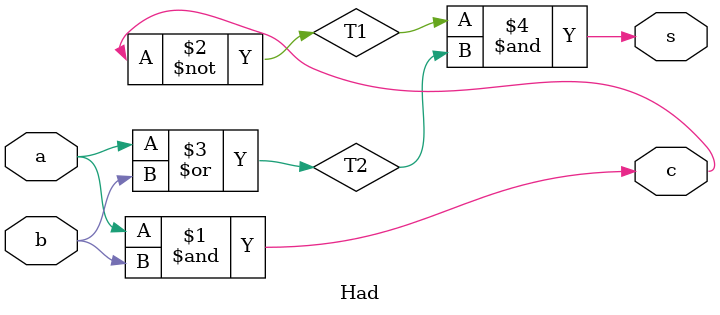
<source format=v>

module array4x4multipler(input [3:0]A,
                         input [3:0]B,
                         output [7:0]P);
    wire [15:1]w;
    wire [16:0]g;
    and(P[0],A[0],B[0]);
    and(w[1],A[0],B[1]);
    and(w[2],A[0],B[2]);
    and(w[3],A[0],B[3]);
    and(w[4],A[1],B[0]);
    and(w[5],A[1],B[1]);
    and(w[6],A[1],B[2]);
    and(w[7],A[1],B[3]);
    and(w[8],A[2],B[0]);
    and(w[9],A[2],B[1]);
    and(w[10],A[2],B[2]);
    and(w[11],A[2],B[3]);
    and(w[12],A[3],B[0]);
    and(w[13],A[3],B[1]);
    and(w[14],A[3],B[2]);
    and(w[15],A[3],B[3]);
    /*Had h1(.a(),.b(),.c(),.s());
     fadd f1(.A(),.B(),.Cin(),.Sum(),.Carry()); */
    Had h1(.a(w[1]),.b(w[4]),.c(g[0]),.s(P[1]));
    fadd f1(.A(w[5]),.B(w[8]),.Cin(g[0]),.Sum(g[1]),.Carry(g[2]));
    fadd f2(.A(g[1]),.B(g[2]),.Cin(w[2]),.Sum(P[2]),.Carry(g[3]));
    fadd f3(.A(w[9]),.B(w[12]),.Cin(g[3]),.Sum(g[4]),.Carry(g[5]));
    fadd f4(.A(w[6]),.B(g[5]),.Cin(g[4]),.Sum(g[6]),.Carry(g[7]));
    fadd f5(.A(w[3]),.B(g[6]),.Cin(g[7]),.Sum(P[3]),.Carry(g[8]));
    fadd f6(.A(w[13]),.B(w[10]),.Cin(g[8]),.Sum(g[9]),.Carry(g[10]));
    fadd f7(.A(g[10]),.B(g[9]),.Cin(w[7]),.Sum(P[4]),.Carry(g[11]));
    fadd f8(.A(g[11]),.B(w[14]),.Cin(w[11]),.Sum(P[5]),.Carry(g[12]));
    fadd f9(.A(w[15]),.B(1'b0),.Cin(g[12]),.Sum(P[6]),.Carry(P[7]));
endmodule

module fadd(
  input A,
  input B,
  input Cin,
  output Sum,
  output Carry
  );
  wire W1,W2,W3;
  Had H1 (.a(A),.b(B),.c(W2),.s(W1));
  Had H2 (.a(W1),.b(Cin),.s(Sum),.c(W3));
  or o1(Carry,W2,W3);
endmodule

module Had(
   input a,b,
   output c,s);
   wire T1,T2;
   and(c,a,b);
   assign T1 = ~c;
   or(T2,a,b);
   and(s,T1,T2);
endmodule
            

</source>
